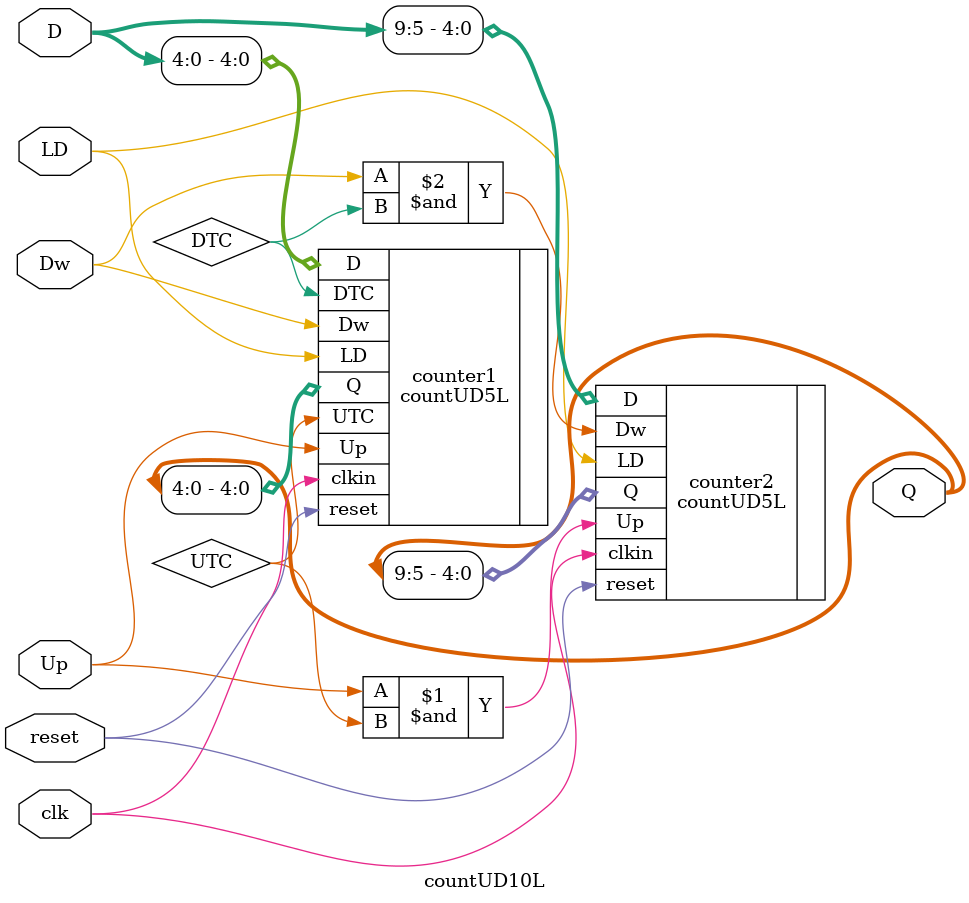
<source format=v>
`timescale 1ns / 1ps


module countUD10L(
    input clk,
    input Up,
    input Dw,
    input reset,
    input LD,
    input [9:0] D,
    output [9:0] Q
    );
    
    wire UTC, DTC;
    
    countUD5L counter1 (.clkin(clk), .Up(Up), .Dw(Dw), .reset(reset), .LD(LD), .D(D[4:0]), .Q(Q[4:0]), .UTC(UTC), .DTC(DTC));
    countUD5L counter2 (.clkin(clk), .Up(Up & UTC), .Dw(Dw & DTC), .reset(reset), .LD(LD), .D(D[9:5]), .Q(Q[9:5]));
    
endmodule

</source>
